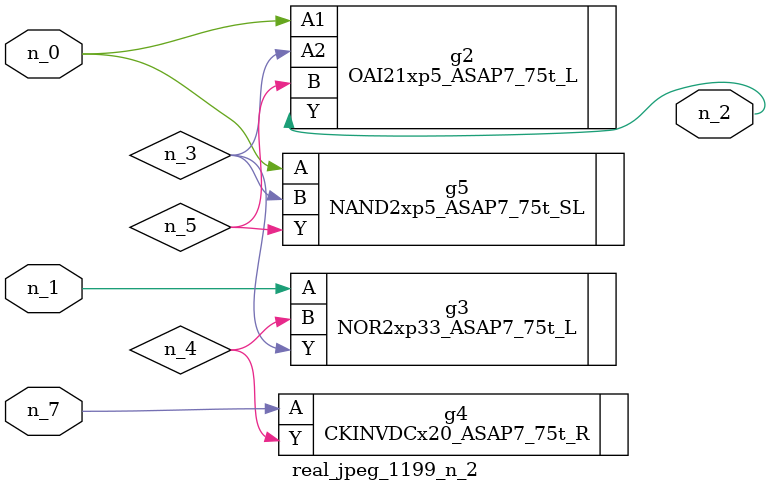
<source format=v>
module real_jpeg_1199_n_2 (n_1, n_0, n_7, n_2);

input n_1;
input n_0;
input n_7;

output n_2;

wire n_5;
wire n_4;
wire n_3;

OAI21xp5_ASAP7_75t_L g2 ( 
.A1(n_0),
.A2(n_3),
.B(n_5),
.Y(n_2)
);

NAND2xp5_ASAP7_75t_SL g5 ( 
.A(n_0),
.B(n_3),
.Y(n_5)
);

NOR2xp33_ASAP7_75t_L g3 ( 
.A(n_1),
.B(n_4),
.Y(n_3)
);

CKINVDCx20_ASAP7_75t_R g4 ( 
.A(n_7),
.Y(n_4)
);


endmodule
</source>
